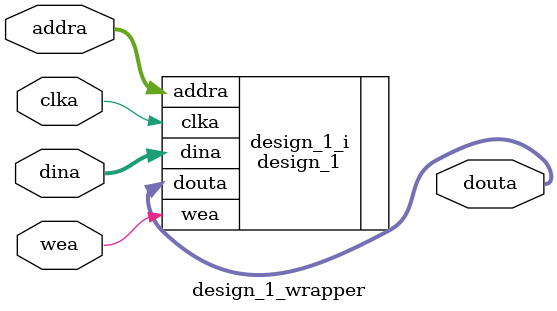
<source format=v>
`timescale 1 ps / 1 ps

module design_1_wrapper
   (addra,
    clka,
    dina,
    douta,
    wea);
  input [6:0]addra;
  input clka;
  input [18:0]dina;
  output [18:0]douta;
  input [0:0]wea;

  wire [6:0]addra;
  wire clka;
  wire [18:0]dina;
  wire [18:0]douta;
  wire [0:0]wea;

  design_1 design_1_i
       (.addra(addra),
        .clka(clka),
        .dina(dina),
        .douta(douta),
        .wea(wea));
endmodule

</source>
